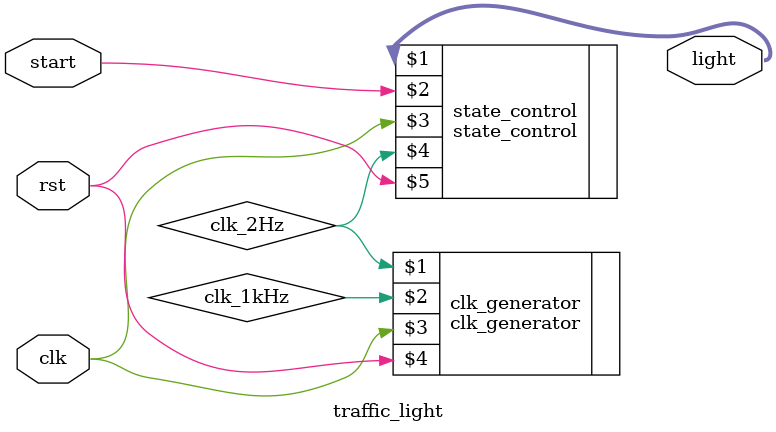
<source format=v>
`timescale 1ns / 1ps
module traffic_light(light, start, clk, rst);

input clk, rst;
input start;
output [2:0]light;

wire clk_2Hz, clk_1kHz;

clk_generator clk_generator(clk_2Hz, clk_1kHz, clk, rst);
state_control state_control(light, start, clk, clk_2Hz, rst);

endmodule

</source>
